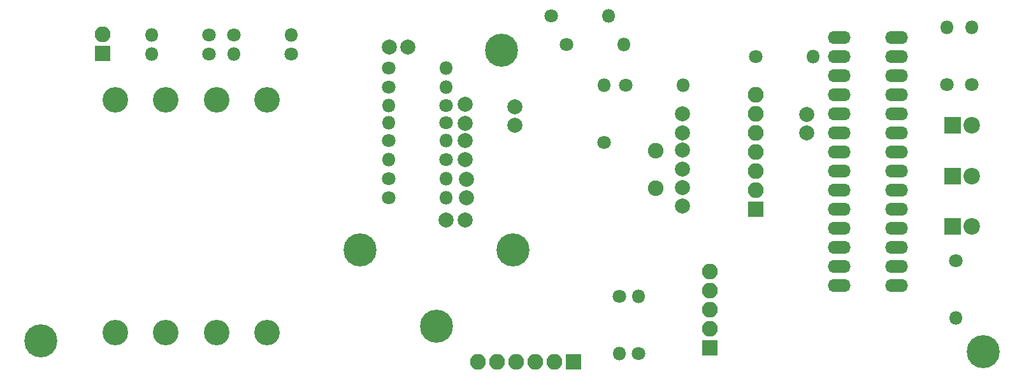
<source format=gts>
G04 #@! TF.GenerationSoftware,KiCad,Pcbnew,(5.0.0)*
G04 #@! TF.CreationDate,2019-03-14T19:33:34-04:00*
G04 #@! TF.ProjectId,Power Sense 3.0,506F7765722053656E736520332E302E,rev?*
G04 #@! TF.SameCoordinates,Original*
G04 #@! TF.FileFunction,Soldermask,Top*
G04 #@! TF.FilePolarity,Negative*
%FSLAX46Y46*%
G04 Gerber Fmt 4.6, Leading zero omitted, Abs format (unit mm)*
G04 Created by KiCad (PCBNEW (5.0.0)) date 03/14/19 19:33:34*
%MOMM*%
%LPD*%
G01*
G04 APERTURE LIST*
%ADD10C,4.400000*%
%ADD11C,3.400000*%
%ADD12C,2.000000*%
%ADD13R,2.200000X2.200000*%
%ADD14C,2.200000*%
%ADD15R,2.100000X2.100000*%
%ADD16O,2.100000X2.100000*%
%ADD17C,1.800000*%
%ADD18O,1.800000X1.800000*%
%ADD19O,3.041600X1.720800*%
%ADD20C,2.076400*%
G04 APERTURE END LIST*
D10*
G04 #@! TO.C,REF\002A\002A*
X68453000Y-97790000D03*
G04 #@! TD*
D11*
G04 #@! TO.C,T2*
X98488500Y-65659000D03*
X91757500Y-65659000D03*
X85026500Y-65659000D03*
X78295500Y-65659000D03*
X98488500Y-96647000D03*
X91757500Y-96647000D03*
X85026500Y-96647000D03*
X78295500Y-96647000D03*
G04 #@! TD*
D12*
G04 #@! TO.C,C1*
X124968000Y-78740000D03*
X124968000Y-76240000D03*
G04 #@! TD*
G04 #@! TO.C,C2*
X124841000Y-71120000D03*
X124841000Y-73620000D03*
G04 #@! TD*
G04 #@! TO.C,C3*
X124841000Y-68794000D03*
X124841000Y-66294000D03*
G04 #@! TD*
G04 #@! TO.C,C4*
X117221000Y-58674000D03*
X114721000Y-58674000D03*
G04 #@! TD*
G04 #@! TO.C,C5*
X131445000Y-66588000D03*
X131445000Y-69088000D03*
G04 #@! TD*
G04 #@! TO.C,C6*
X122301000Y-81661000D03*
X124801000Y-81661000D03*
G04 #@! TD*
G04 #@! TO.C,C7*
X153670000Y-67564000D03*
X153670000Y-70064000D03*
G04 #@! TD*
G04 #@! TO.C,C8*
X153670000Y-77343000D03*
X153670000Y-79843000D03*
G04 #@! TD*
G04 #@! TO.C,C9*
X153670000Y-72390000D03*
X153670000Y-74890000D03*
G04 #@! TD*
G04 #@! TO.C,C10*
X170180000Y-70104000D03*
X170180000Y-67604000D03*
G04 #@! TD*
D13*
G04 #@! TO.C,D1*
X189611000Y-82550000D03*
D14*
X192151000Y-82550000D03*
G04 #@! TD*
D13*
G04 #@! TO.C,D2*
X189611000Y-69088000D03*
D14*
X192151000Y-69088000D03*
G04 #@! TD*
D13*
G04 #@! TO.C,D3*
X189611000Y-75819000D03*
D14*
X192151000Y-75819000D03*
G04 #@! TD*
D15*
G04 #@! TO.C,J1*
X76657200Y-59512200D03*
D16*
X76657200Y-56972200D03*
G04 #@! TD*
D15*
G04 #@! TO.C,J2*
X157353000Y-98679000D03*
D16*
X157353000Y-96139000D03*
X157353000Y-93599000D03*
X157353000Y-91059000D03*
X157353000Y-88519000D03*
G04 #@! TD*
D17*
G04 #@! TO.C,R2*
X114681000Y-78740000D03*
D18*
X122301000Y-78740000D03*
G04 #@! TD*
D17*
G04 #@! TO.C,R3*
X122301000Y-73660000D03*
D18*
X114681000Y-73660000D03*
G04 #@! TD*
D17*
G04 #@! TO.C,R6*
X114681000Y-76200000D03*
D18*
X122301000Y-76200000D03*
G04 #@! TD*
D17*
G04 #@! TO.C,R7*
X114681000Y-71120000D03*
D18*
X122301000Y-71120000D03*
G04 #@! TD*
D17*
G04 #@! TO.C,R8*
X114681000Y-64008000D03*
D18*
X122301000Y-64008000D03*
G04 #@! TD*
D17*
G04 #@! TO.C,R9*
X114681000Y-61468000D03*
D18*
X122301000Y-61468000D03*
G04 #@! TD*
D17*
G04 #@! TO.C,R10*
X189992000Y-87122000D03*
D18*
X189992000Y-94742000D03*
G04 #@! TD*
D17*
G04 #@! TO.C,R11*
X145288000Y-91821000D03*
D18*
X145288000Y-99441000D03*
G04 #@! TD*
D17*
G04 #@! TO.C,R13*
X147828000Y-99441000D03*
D18*
X147828000Y-91821000D03*
G04 #@! TD*
D17*
G04 #@! TO.C,R14*
X146177000Y-63754000D03*
D18*
X153797000Y-63754000D03*
G04 #@! TD*
D17*
G04 #@! TO.C,R17*
X136271000Y-54483000D03*
D18*
X143891000Y-54483000D03*
G04 #@! TD*
D17*
G04 #@! TO.C,R18*
X138303000Y-58293000D03*
D18*
X145923000Y-58293000D03*
G04 #@! TD*
D17*
G04 #@! TO.C,R19*
X163449000Y-59944000D03*
D18*
X171069000Y-59944000D03*
G04 #@! TD*
D17*
G04 #@! TO.C,R21*
X143256000Y-71374000D03*
D18*
X143256000Y-63754000D03*
G04 #@! TD*
D17*
G04 #@! TO.C,R22*
X192151000Y-63627000D03*
D18*
X192151000Y-56007000D03*
G04 #@! TD*
D17*
G04 #@! TO.C,R23*
X188849000Y-63627000D03*
D18*
X188849000Y-56007000D03*
G04 #@! TD*
D10*
G04 #@! TO.C,T1*
X120967500Y-95811500D03*
X110807500Y-85671500D03*
X131127500Y-85671500D03*
G04 #@! TD*
D19*
G04 #@! TO.C,U1*
X182118000Y-90424000D03*
X182118000Y-87884000D03*
X182118000Y-85344000D03*
X182118000Y-82804000D03*
X182118000Y-80264000D03*
X182118000Y-77724000D03*
X182118000Y-75184000D03*
X182118000Y-72644000D03*
X182118000Y-70104000D03*
X182118000Y-67564000D03*
X182118000Y-65024000D03*
X182118000Y-62484000D03*
X182118000Y-59944000D03*
X182118000Y-57404000D03*
X174498000Y-57404000D03*
X174498000Y-59944000D03*
X174498000Y-62484000D03*
X174498000Y-65024000D03*
X174498000Y-67564000D03*
X174498000Y-70104000D03*
X174498000Y-72644000D03*
X174498000Y-75184000D03*
X174498000Y-77724000D03*
X174498000Y-80264000D03*
X174498000Y-82804000D03*
X174498000Y-85344000D03*
X174498000Y-87884000D03*
X174498000Y-90424000D03*
G04 #@! TD*
D20*
G04 #@! TO.C,Y1*
X150114000Y-77430000D03*
X150114000Y-72430000D03*
G04 #@! TD*
D17*
G04 #@! TO.C,R12*
X122301000Y-66421000D03*
D18*
X114681000Y-66421000D03*
G04 #@! TD*
D17*
G04 #@! TO.C,R1*
X101727000Y-59563000D03*
D18*
X94107000Y-59563000D03*
G04 #@! TD*
D17*
G04 #@! TO.C,R4*
X94107000Y-57023000D03*
D18*
X101727000Y-57023000D03*
G04 #@! TD*
G04 #@! TO.C,R5*
X114681000Y-68707000D03*
D17*
X122301000Y-68707000D03*
G04 #@! TD*
D16*
G04 #@! TO.C,J4*
X126492000Y-100584000D03*
X129032000Y-100584000D03*
X131572000Y-100584000D03*
X134112000Y-100584000D03*
X136652000Y-100584000D03*
D15*
X139192000Y-100584000D03*
G04 #@! TD*
D17*
G04 #@! TO.C,R20*
X90805000Y-59563000D03*
D18*
X83185000Y-59563000D03*
G04 #@! TD*
G04 #@! TO.C,R24*
X83185000Y-57023000D03*
D17*
X90805000Y-57023000D03*
G04 #@! TD*
D15*
G04 #@! TO.C,J3*
X163449000Y-80264000D03*
D16*
X163449000Y-77724000D03*
X163449000Y-75184000D03*
X163449000Y-72644000D03*
X163449000Y-70104000D03*
X163449000Y-67564000D03*
X163449000Y-65024000D03*
G04 #@! TD*
D10*
G04 #@! TO.C,REF\002A\002A*
X193675000Y-99187000D03*
G04 #@! TD*
G04 #@! TO.C,REF\002A\002A*
X129667000Y-59055000D03*
G04 #@! TD*
M02*

</source>
